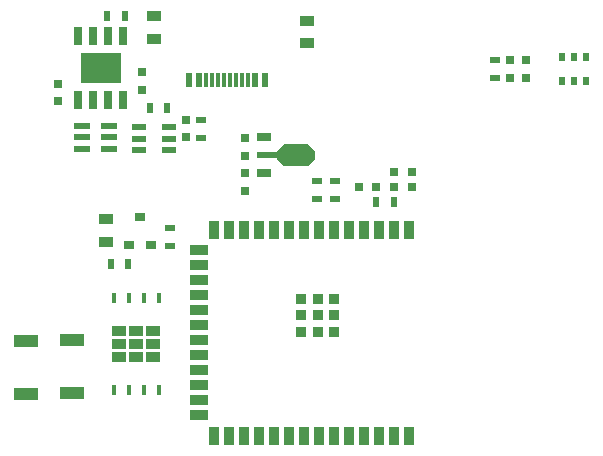
<source format=gbr>
%TF.GenerationSoftware,Altium Limited,Altium Designer,24.6.1 (21)*%
G04 Layer_Color=8421504*
%FSLAX45Y45*%
%MOMM*%
%TF.SameCoordinates,C73725EF-E552-4689-BE2B-43CAEE6025B1*%
%TF.FilePolarity,Positive*%
%TF.FileFunction,Paste,Top*%
%TF.Part,Single*%
G01*
G75*
%TA.AperFunction,ConnectorPad*%
%ADD10R,0.50000X0.80000*%
%TA.AperFunction,SMDPad,CuDef*%
%ADD11R,0.80000X0.80000*%
%ADD12R,2.00000X1.05000*%
%ADD13R,0.40000X0.95000*%
%ADD15R,0.70000X1.52500*%
%ADD16R,3.40200X2.51300*%
%TA.AperFunction,ConnectorPad*%
%ADD17R,0.30000X1.15000*%
%ADD18R,0.60000X1.15000*%
%TA.AperFunction,SMDPad,CuDef*%
%ADD19R,1.30000X0.70000*%
%ADD20R,1.80000X0.60000*%
%TA.AperFunction,BGAPad,CuDef*%
%ADD24R,0.90000X0.90000*%
%TA.AperFunction,SMDPad,CuDef*%
%ADD25R,0.90000X1.50000*%
%ADD26R,1.50000X0.90000*%
%ADD27R,1.40000X0.60000*%
%ADD28R,0.90000X0.80000*%
%ADD29R,0.80000X0.80000*%
%ADD30R,1.20000X0.60000*%
%TA.AperFunction,NonConductor*%
%ADD73R,1.23000X0.93000*%
%TA.AperFunction,SMDPad,CuDef*%
%ADD74R,0.54390X0.84390*%
%ADD75R,1.26041X0.91041*%
%ADD76R,0.84390X0.54390*%
G36*
X15605000Y8800000D02*
Y8740000D01*
X15545000Y8680000D01*
X15345000D01*
X15285001Y8740000D01*
Y8800000D01*
X15345000Y8860000D01*
X15545000D01*
X15605000Y8800000D01*
D02*
G37*
D10*
X17900000Y9600000D02*
D03*
X17800000D02*
D03*
X17700000D02*
D03*
Y9400000D02*
D03*
X17800000D02*
D03*
X17900000D02*
D03*
D11*
X17389999Y9575000D02*
D03*
Y9425000D02*
D03*
X15010001Y8915000D02*
D03*
Y8765000D02*
D03*
X15010001Y8465000D02*
D03*
Y8615000D02*
D03*
X13430000Y9375000D02*
D03*
Y9225000D02*
D03*
X14139999Y9474999D02*
D03*
Y9324999D02*
D03*
X17260001Y9425000D02*
D03*
Y9575000D02*
D03*
X14514999Y9070000D02*
D03*
Y8920000D02*
D03*
D12*
X13550000Y6757500D02*
D03*
Y7202500D02*
D03*
X13160001Y7192500D02*
D03*
Y6747500D02*
D03*
D13*
X13899500Y6783000D02*
D03*
X14026500D02*
D03*
X14153500D02*
D03*
X14280499D02*
D03*
X13899500Y7557000D02*
D03*
X14026500D02*
D03*
X14153500D02*
D03*
X14280499D02*
D03*
D15*
X13980499Y9781200D02*
D03*
X13853500D02*
D03*
X13726500D02*
D03*
X13599500D02*
D03*
Y9238800D02*
D03*
X13726500D02*
D03*
X13853500D02*
D03*
X13980499D02*
D03*
D16*
X13789999Y9510000D02*
D03*
D17*
X14885001Y9407500D02*
D03*
X14685001D02*
D03*
X14735001D02*
D03*
X14785001D02*
D03*
X14835001D02*
D03*
X15035001D02*
D03*
X14985001D02*
D03*
X14935001D02*
D03*
D18*
X14539999D02*
D03*
X14620000D02*
D03*
X15100000D02*
D03*
X15180000D02*
D03*
D19*
X15170000Y8920000D02*
D03*
Y8620000D02*
D03*
D20*
X15195000Y8770000D02*
D03*
D24*
X15769000Y7274400D02*
D03*
X15628999D02*
D03*
X15489000D02*
D03*
Y7414400D02*
D03*
Y7554400D02*
D03*
X15628999D02*
D03*
X15769000D02*
D03*
Y7414400D02*
D03*
X15628999D02*
D03*
D25*
X16400999Y6389400D02*
D03*
X16274001D02*
D03*
X16147000D02*
D03*
X16020000D02*
D03*
X15892999D02*
D03*
X15766000D02*
D03*
X15639000D02*
D03*
X15512000D02*
D03*
X15385001D02*
D03*
X15258000D02*
D03*
X15131000D02*
D03*
X15003999D02*
D03*
X14877000D02*
D03*
X14750000D02*
D03*
Y8139400D02*
D03*
X14877000D02*
D03*
X15003999D02*
D03*
X15131000D02*
D03*
X15258000D02*
D03*
X15385001D02*
D03*
X15512000D02*
D03*
X15639000D02*
D03*
X15766000D02*
D03*
X15892999D02*
D03*
X16020000D02*
D03*
X16147000D02*
D03*
X16274001D02*
D03*
X16400999D02*
D03*
D26*
X14625000Y6565900D02*
D03*
Y6692900D02*
D03*
Y6819900D02*
D03*
Y6946900D02*
D03*
Y7073900D02*
D03*
Y7200900D02*
D03*
Y7327900D02*
D03*
Y7454900D02*
D03*
Y7581900D02*
D03*
Y7708900D02*
D03*
Y7835900D02*
D03*
Y7962900D02*
D03*
D27*
X13630000Y9015000D02*
D03*
Y8920000D02*
D03*
Y8825000D02*
D03*
X13860001Y9015000D02*
D03*
Y8920000D02*
D03*
Y8825000D02*
D03*
D28*
X14030000Y8005000D02*
D03*
X14220000D02*
D03*
X14125000Y8245000D02*
D03*
D29*
X16425000Y8500000D02*
D03*
X16275000D02*
D03*
X16425000Y8625000D02*
D03*
X16275000D02*
D03*
X15975000Y8500000D02*
D03*
X16125000D02*
D03*
D30*
X14114999Y9005000D02*
D03*
Y8910000D02*
D03*
Y8815000D02*
D03*
X14364999D02*
D03*
Y8910000D02*
D03*
Y9005000D02*
D03*
D73*
X13947003Y7056999D02*
D03*
X14090002D02*
D03*
X14233003D02*
D03*
X13947003Y7169999D02*
D03*
X14090002D02*
D03*
X14233003D02*
D03*
X13947003Y7282999D02*
D03*
X14090002D02*
D03*
X14233003D02*
D03*
D74*
X13845000Y9950000D02*
D03*
X13995000D02*
D03*
X14205000Y9170000D02*
D03*
X14355000D02*
D03*
X14025000Y7850000D02*
D03*
X13875000D02*
D03*
X16275000Y8375000D02*
D03*
X16125000D02*
D03*
D75*
X14239999Y9755000D02*
D03*
Y9945000D02*
D03*
X13839999Y8035000D02*
D03*
Y8225000D02*
D03*
X15539999Y9715000D02*
D03*
Y9905000D02*
D03*
D76*
X14639999Y9065000D02*
D03*
Y8915000D02*
D03*
X15775000Y8550000D02*
D03*
Y8400000D02*
D03*
X15625000Y8550000D02*
D03*
Y8400000D02*
D03*
X17130000Y9575000D02*
D03*
Y9425000D02*
D03*
X14375000Y8000000D02*
D03*
Y8150000D02*
D03*
%TF.MD5,829cd326eb8328cddc9f95dbfc12fdbe*%
M02*

</source>
